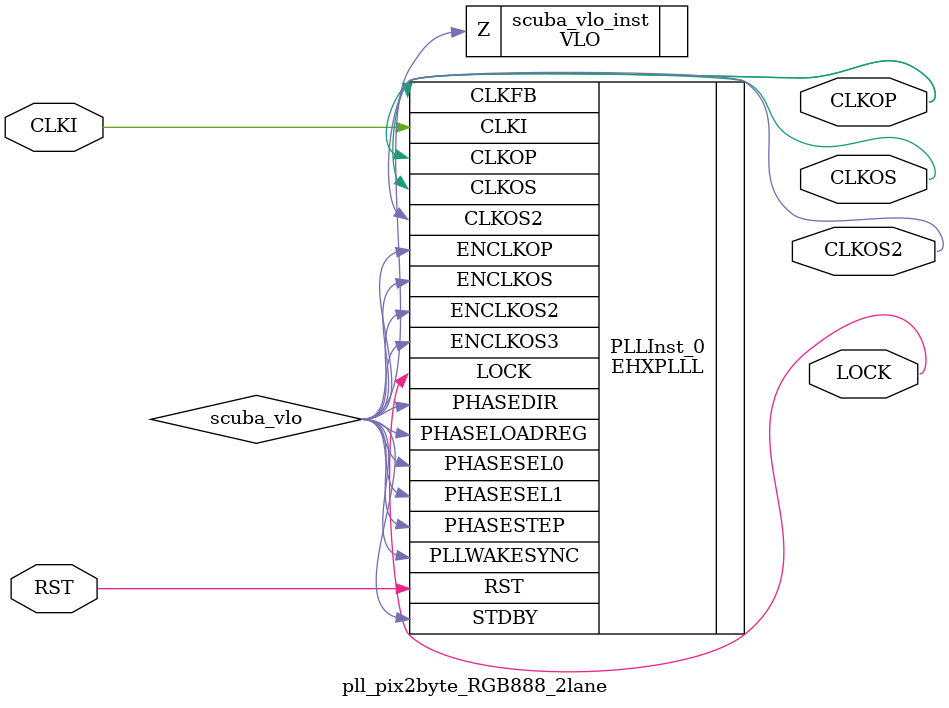
<source format=v>

module pll_pix2byte_RGB888_2lane (CLKI, RST, CLKOP, CLKOS, CLKOS2, 
            LOCK) /* synthesis syn_noprune=1, NGD_DRC_MASK=1, syn_module_defined=1 */ ;   // d:/desktop/rd_work/rd1184/rd1184/source/verilog/ipexpress/ecp5/pix2byte_rgb888_2lane/pll_pix2byte_rgb888_2lane/pll_pix2byte_rgb888_2lane.v(8[8:33])
    input CLKI;   // d:/desktop/rd_work/rd1184/rd1184/source/verilog/ipexpress/ecp5/pix2byte_rgb888_2lane/pll_pix2byte_rgb888_2lane/pll_pix2byte_rgb888_2lane.v(9[16:20])
    input RST;   // d:/desktop/rd_work/rd1184/rd1184/source/verilog/ipexpress/ecp5/pix2byte_rgb888_2lane/pll_pix2byte_rgb888_2lane/pll_pix2byte_rgb888_2lane.v(10[16:19])
    output CLKOP;   // d:/desktop/rd_work/rd1184/rd1184/source/verilog/ipexpress/ecp5/pix2byte_rgb888_2lane/pll_pix2byte_rgb888_2lane/pll_pix2byte_rgb888_2lane.v(11[17:22])
    output CLKOS;   // d:/desktop/rd_work/rd1184/rd1184/source/verilog/ipexpress/ecp5/pix2byte_rgb888_2lane/pll_pix2byte_rgb888_2lane/pll_pix2byte_rgb888_2lane.v(12[17:22])
    output CLKOS2;   // d:/desktop/rd_work/rd1184/rd1184/source/verilog/ipexpress/ecp5/pix2byte_rgb888_2lane/pll_pix2byte_rgb888_2lane/pll_pix2byte_rgb888_2lane.v(13[17:23])
    output LOCK;   // d:/desktop/rd_work/rd1184/rd1184/source/verilog/ipexpress/ecp5/pix2byte_rgb888_2lane/pll_pix2byte_rgb888_2lane/pll_pix2byte_rgb888_2lane.v(14[17:21])
    
    wire scuba_vlo;   // d:/desktop/rd_work/rd1184/rd1184/source/verilog/ipexpress/ecp5/pix2byte_rgb888_2lane/pll_pix2byte_rgb888_2lane/pll_pix2byte_rgb888_2lane.v(21[10:19])
    
    wire VCC_net;
    
    VLO scuba_vlo_inst (.Z(scuba_vlo));
    EHXPLLL PLLInst_0 (.CLKI(CLKI), .CLKFB(CLKOP), .PHASESEL0(scuba_vlo), 
            .PHASESEL1(scuba_vlo), .PHASEDIR(scuba_vlo), .PHASESTEP(scuba_vlo), 
            .PHASELOADREG(scuba_vlo), .STDBY(scuba_vlo), .PLLWAKESYNC(scuba_vlo), 
            .RST(RST), .ENCLKOP(scuba_vlo), .ENCLKOS(scuba_vlo), .ENCLKOS2(scuba_vlo), 
            .ENCLKOS3(scuba_vlo), .CLKOP(CLKOP), .CLKOS(CLKOS), .CLKOS2(CLKOS2), 
            .LOCK(LOCK)) /* synthesis FREQUENCY_PIN_CLKOS2="75.000000", FREQUENCY_PIN_CLKOS="300.000000", FREQUENCY_PIN_CLKOP="300.000000", FREQUENCY_PIN_CLKI="50.000000", ICP_CURRENT="9", LPF_RESISTOR="8", syn_instantiated=1 */ ;
    defparam PLLInst_0.CLKI_DIV = 1;
    defparam PLLInst_0.CLKFB_DIV = 6;
    defparam PLLInst_0.CLKOP_DIV = 2;
    defparam PLLInst_0.CLKOS_DIV = 2;
    defparam PLLInst_0.CLKOS2_DIV = 8;
    defparam PLLInst_0.CLKOS3_DIV = 1;
    defparam PLLInst_0.CLKOP_ENABLE = "ENABLED";
    defparam PLLInst_0.CLKOS_ENABLE = "ENABLED";
    defparam PLLInst_0.CLKOS2_ENABLE = "ENABLED";
    defparam PLLInst_0.CLKOS3_ENABLE = "DISABLED";
    defparam PLLInst_0.CLKOP_CPHASE = 1;
    defparam PLLInst_0.CLKOS_CPHASE = 1;
    defparam PLLInst_0.CLKOS2_CPHASE = 7;
    defparam PLLInst_0.CLKOS3_CPHASE = 0;
    defparam PLLInst_0.CLKOP_FPHASE = 0;
    defparam PLLInst_0.CLKOS_FPHASE = 4;
    defparam PLLInst_0.CLKOS2_FPHASE = 0;
    defparam PLLInst_0.CLKOS3_FPHASE = 0;
    defparam PLLInst_0.FEEDBK_PATH = "CLKOP";
    defparam PLLInst_0.CLKOP_TRIM_POL = "FALLING";
    defparam PLLInst_0.CLKOP_TRIM_DELAY = 0;
    defparam PLLInst_0.CLKOS_TRIM_POL = "FALLING";
    defparam PLLInst_0.CLKOS_TRIM_DELAY = 0;
    defparam PLLInst_0.OUTDIVIDER_MUXA = "DIVA";
    defparam PLLInst_0.OUTDIVIDER_MUXB = "DIVB";
    defparam PLLInst_0.OUTDIVIDER_MUXC = "DIVC";
    defparam PLLInst_0.OUTDIVIDER_MUXD = "DIVD";
    defparam PLLInst_0.PLL_LOCK_MODE = 0;
    defparam PLLInst_0.PLL_LOCK_DELAY = 200;
    defparam PLLInst_0.STDBY_ENABLE = "DISABLED";
    defparam PLLInst_0.REFIN_RESET = "DISABLED";
    defparam PLLInst_0.SYNC_ENABLE = "DISABLED";
    defparam PLLInst_0.INT_LOCK_STICKY = "ENABLED";
    defparam PLLInst_0.DPHASE_SOURCE = "DISABLED";
    defparam PLLInst_0.PLLRST_ENA = "ENABLED";
    defparam PLLInst_0.INTFB_WAKE = "DISABLED";
    GSR GSR_INST (.GSR(VCC_net));
    PUR PUR_INST (.PUR(VCC_net));
    defparam PUR_INST.RST_PULSE = 1;
    VHI i82 (.Z(VCC_net));
    
endmodule
//
// Verilog Description of module PUR
// module not written out since it is a black-box. 
//


</source>
